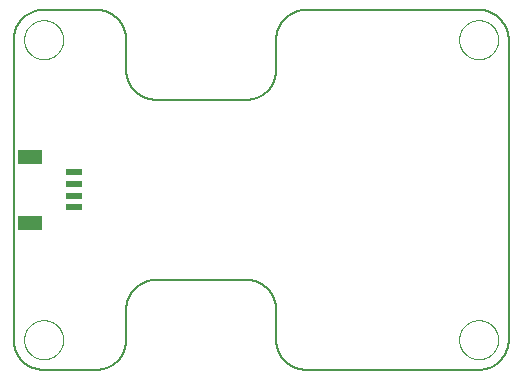
<source format=gtp>
G75*
%MOIN*%
%OFA0B0*%
%FSLAX25Y25*%
%IPPOS*%
%LPD*%
%AMOC8*
5,1,8,0,0,1.08239X$1,22.5*
%
%ADD10C,0.00800*%
%ADD11R,0.07874X0.04724*%
%ADD12R,0.05315X0.02362*%
%ADD13C,0.00000*%
D10*
X0012250Y0015449D02*
X0029750Y0015449D01*
X0029992Y0015452D01*
X0030233Y0015461D01*
X0030474Y0015475D01*
X0030715Y0015496D01*
X0030955Y0015522D01*
X0031195Y0015554D01*
X0031434Y0015592D01*
X0031671Y0015635D01*
X0031908Y0015685D01*
X0032143Y0015740D01*
X0032377Y0015800D01*
X0032609Y0015867D01*
X0032840Y0015938D01*
X0033069Y0016016D01*
X0033296Y0016099D01*
X0033521Y0016187D01*
X0033744Y0016281D01*
X0033964Y0016380D01*
X0034182Y0016485D01*
X0034397Y0016594D01*
X0034610Y0016709D01*
X0034820Y0016829D01*
X0035026Y0016954D01*
X0035230Y0017084D01*
X0035431Y0017219D01*
X0035628Y0017359D01*
X0035822Y0017503D01*
X0036012Y0017652D01*
X0036198Y0017806D01*
X0036381Y0017964D01*
X0036560Y0018126D01*
X0036735Y0018293D01*
X0036906Y0018464D01*
X0037073Y0018639D01*
X0037235Y0018818D01*
X0037393Y0019001D01*
X0037547Y0019187D01*
X0037696Y0019377D01*
X0037840Y0019571D01*
X0037980Y0019768D01*
X0038115Y0019969D01*
X0038245Y0020173D01*
X0038370Y0020379D01*
X0038490Y0020589D01*
X0038605Y0020802D01*
X0038714Y0021017D01*
X0038819Y0021235D01*
X0038918Y0021455D01*
X0039012Y0021678D01*
X0039100Y0021903D01*
X0039183Y0022130D01*
X0039261Y0022359D01*
X0039332Y0022590D01*
X0039399Y0022822D01*
X0039459Y0023056D01*
X0039514Y0023291D01*
X0039564Y0023528D01*
X0039607Y0023765D01*
X0039645Y0024004D01*
X0039677Y0024244D01*
X0039703Y0024484D01*
X0039724Y0024725D01*
X0039738Y0024966D01*
X0039747Y0025207D01*
X0039750Y0025449D01*
X0039750Y0035449D01*
X0039753Y0035691D01*
X0039762Y0035932D01*
X0039776Y0036173D01*
X0039797Y0036414D01*
X0039823Y0036654D01*
X0039855Y0036894D01*
X0039893Y0037133D01*
X0039936Y0037370D01*
X0039986Y0037607D01*
X0040041Y0037842D01*
X0040101Y0038076D01*
X0040168Y0038308D01*
X0040239Y0038539D01*
X0040317Y0038768D01*
X0040400Y0038995D01*
X0040488Y0039220D01*
X0040582Y0039443D01*
X0040681Y0039663D01*
X0040786Y0039881D01*
X0040895Y0040096D01*
X0041010Y0040309D01*
X0041130Y0040519D01*
X0041255Y0040725D01*
X0041385Y0040929D01*
X0041520Y0041130D01*
X0041660Y0041327D01*
X0041804Y0041521D01*
X0041953Y0041711D01*
X0042107Y0041897D01*
X0042265Y0042080D01*
X0042427Y0042259D01*
X0042594Y0042434D01*
X0042765Y0042605D01*
X0042940Y0042772D01*
X0043119Y0042934D01*
X0043302Y0043092D01*
X0043488Y0043246D01*
X0043678Y0043395D01*
X0043872Y0043539D01*
X0044069Y0043679D01*
X0044270Y0043814D01*
X0044474Y0043944D01*
X0044680Y0044069D01*
X0044890Y0044189D01*
X0045103Y0044304D01*
X0045318Y0044413D01*
X0045536Y0044518D01*
X0045756Y0044617D01*
X0045979Y0044711D01*
X0046204Y0044799D01*
X0046431Y0044882D01*
X0046660Y0044960D01*
X0046891Y0045031D01*
X0047123Y0045098D01*
X0047357Y0045158D01*
X0047592Y0045213D01*
X0047829Y0045263D01*
X0048066Y0045306D01*
X0048305Y0045344D01*
X0048545Y0045376D01*
X0048785Y0045402D01*
X0049026Y0045423D01*
X0049267Y0045437D01*
X0049508Y0045446D01*
X0049750Y0045449D01*
X0079750Y0045449D01*
X0079992Y0045446D01*
X0080233Y0045437D01*
X0080474Y0045423D01*
X0080715Y0045402D01*
X0080955Y0045376D01*
X0081195Y0045344D01*
X0081434Y0045306D01*
X0081671Y0045263D01*
X0081908Y0045213D01*
X0082143Y0045158D01*
X0082377Y0045098D01*
X0082609Y0045031D01*
X0082840Y0044960D01*
X0083069Y0044882D01*
X0083296Y0044799D01*
X0083521Y0044711D01*
X0083744Y0044617D01*
X0083964Y0044518D01*
X0084182Y0044413D01*
X0084397Y0044304D01*
X0084610Y0044189D01*
X0084820Y0044069D01*
X0085026Y0043944D01*
X0085230Y0043814D01*
X0085431Y0043679D01*
X0085628Y0043539D01*
X0085822Y0043395D01*
X0086012Y0043246D01*
X0086198Y0043092D01*
X0086381Y0042934D01*
X0086560Y0042772D01*
X0086735Y0042605D01*
X0086906Y0042434D01*
X0087073Y0042259D01*
X0087235Y0042080D01*
X0087393Y0041897D01*
X0087547Y0041711D01*
X0087696Y0041521D01*
X0087840Y0041327D01*
X0087980Y0041130D01*
X0088115Y0040929D01*
X0088245Y0040725D01*
X0088370Y0040519D01*
X0088490Y0040309D01*
X0088605Y0040096D01*
X0088714Y0039881D01*
X0088819Y0039663D01*
X0088918Y0039443D01*
X0089012Y0039220D01*
X0089100Y0038995D01*
X0089183Y0038768D01*
X0089261Y0038539D01*
X0089332Y0038308D01*
X0089399Y0038076D01*
X0089459Y0037842D01*
X0089514Y0037607D01*
X0089564Y0037370D01*
X0089607Y0037133D01*
X0089645Y0036894D01*
X0089677Y0036654D01*
X0089703Y0036414D01*
X0089724Y0036173D01*
X0089738Y0035932D01*
X0089747Y0035691D01*
X0089750Y0035449D01*
X0089750Y0025449D01*
X0089753Y0025207D01*
X0089762Y0024966D01*
X0089776Y0024725D01*
X0089797Y0024484D01*
X0089823Y0024244D01*
X0089855Y0024004D01*
X0089893Y0023765D01*
X0089936Y0023528D01*
X0089986Y0023291D01*
X0090041Y0023056D01*
X0090101Y0022822D01*
X0090168Y0022590D01*
X0090239Y0022359D01*
X0090317Y0022130D01*
X0090400Y0021903D01*
X0090488Y0021678D01*
X0090582Y0021455D01*
X0090681Y0021235D01*
X0090786Y0021017D01*
X0090895Y0020802D01*
X0091010Y0020589D01*
X0091130Y0020379D01*
X0091255Y0020173D01*
X0091385Y0019969D01*
X0091520Y0019768D01*
X0091660Y0019571D01*
X0091804Y0019377D01*
X0091953Y0019187D01*
X0092107Y0019001D01*
X0092265Y0018818D01*
X0092427Y0018639D01*
X0092594Y0018464D01*
X0092765Y0018293D01*
X0092940Y0018126D01*
X0093119Y0017964D01*
X0093302Y0017806D01*
X0093488Y0017652D01*
X0093678Y0017503D01*
X0093872Y0017359D01*
X0094069Y0017219D01*
X0094270Y0017084D01*
X0094474Y0016954D01*
X0094680Y0016829D01*
X0094890Y0016709D01*
X0095103Y0016594D01*
X0095318Y0016485D01*
X0095536Y0016380D01*
X0095756Y0016281D01*
X0095979Y0016187D01*
X0096204Y0016099D01*
X0096431Y0016016D01*
X0096660Y0015938D01*
X0096891Y0015867D01*
X0097123Y0015800D01*
X0097357Y0015740D01*
X0097592Y0015685D01*
X0097829Y0015635D01*
X0098066Y0015592D01*
X0098305Y0015554D01*
X0098545Y0015522D01*
X0098785Y0015496D01*
X0099026Y0015475D01*
X0099267Y0015461D01*
X0099508Y0015452D01*
X0099750Y0015449D01*
X0157250Y0015449D01*
X0157492Y0015452D01*
X0157733Y0015461D01*
X0157974Y0015475D01*
X0158215Y0015496D01*
X0158455Y0015522D01*
X0158695Y0015554D01*
X0158934Y0015592D01*
X0159171Y0015635D01*
X0159408Y0015685D01*
X0159643Y0015740D01*
X0159877Y0015800D01*
X0160109Y0015867D01*
X0160340Y0015938D01*
X0160569Y0016016D01*
X0160796Y0016099D01*
X0161021Y0016187D01*
X0161244Y0016281D01*
X0161464Y0016380D01*
X0161682Y0016485D01*
X0161897Y0016594D01*
X0162110Y0016709D01*
X0162320Y0016829D01*
X0162526Y0016954D01*
X0162730Y0017084D01*
X0162931Y0017219D01*
X0163128Y0017359D01*
X0163322Y0017503D01*
X0163512Y0017652D01*
X0163698Y0017806D01*
X0163881Y0017964D01*
X0164060Y0018126D01*
X0164235Y0018293D01*
X0164406Y0018464D01*
X0164573Y0018639D01*
X0164735Y0018818D01*
X0164893Y0019001D01*
X0165047Y0019187D01*
X0165196Y0019377D01*
X0165340Y0019571D01*
X0165480Y0019768D01*
X0165615Y0019969D01*
X0165745Y0020173D01*
X0165870Y0020379D01*
X0165990Y0020589D01*
X0166105Y0020802D01*
X0166214Y0021017D01*
X0166319Y0021235D01*
X0166418Y0021455D01*
X0166512Y0021678D01*
X0166600Y0021903D01*
X0166683Y0022130D01*
X0166761Y0022359D01*
X0166832Y0022590D01*
X0166899Y0022822D01*
X0166959Y0023056D01*
X0167014Y0023291D01*
X0167064Y0023528D01*
X0167107Y0023765D01*
X0167145Y0024004D01*
X0167177Y0024244D01*
X0167203Y0024484D01*
X0167224Y0024725D01*
X0167238Y0024966D01*
X0167247Y0025207D01*
X0167250Y0025449D01*
X0167250Y0125449D01*
X0167247Y0125691D01*
X0167238Y0125932D01*
X0167224Y0126173D01*
X0167203Y0126414D01*
X0167177Y0126654D01*
X0167145Y0126894D01*
X0167107Y0127133D01*
X0167064Y0127370D01*
X0167014Y0127607D01*
X0166959Y0127842D01*
X0166899Y0128076D01*
X0166832Y0128308D01*
X0166761Y0128539D01*
X0166683Y0128768D01*
X0166600Y0128995D01*
X0166512Y0129220D01*
X0166418Y0129443D01*
X0166319Y0129663D01*
X0166214Y0129881D01*
X0166105Y0130096D01*
X0165990Y0130309D01*
X0165870Y0130519D01*
X0165745Y0130725D01*
X0165615Y0130929D01*
X0165480Y0131130D01*
X0165340Y0131327D01*
X0165196Y0131521D01*
X0165047Y0131711D01*
X0164893Y0131897D01*
X0164735Y0132080D01*
X0164573Y0132259D01*
X0164406Y0132434D01*
X0164235Y0132605D01*
X0164060Y0132772D01*
X0163881Y0132934D01*
X0163698Y0133092D01*
X0163512Y0133246D01*
X0163322Y0133395D01*
X0163128Y0133539D01*
X0162931Y0133679D01*
X0162730Y0133814D01*
X0162526Y0133944D01*
X0162320Y0134069D01*
X0162110Y0134189D01*
X0161897Y0134304D01*
X0161682Y0134413D01*
X0161464Y0134518D01*
X0161244Y0134617D01*
X0161021Y0134711D01*
X0160796Y0134799D01*
X0160569Y0134882D01*
X0160340Y0134960D01*
X0160109Y0135031D01*
X0159877Y0135098D01*
X0159643Y0135158D01*
X0159408Y0135213D01*
X0159171Y0135263D01*
X0158934Y0135306D01*
X0158695Y0135344D01*
X0158455Y0135376D01*
X0158215Y0135402D01*
X0157974Y0135423D01*
X0157733Y0135437D01*
X0157492Y0135446D01*
X0157250Y0135449D01*
X0099750Y0135449D01*
X0099508Y0135446D01*
X0099267Y0135437D01*
X0099026Y0135423D01*
X0098785Y0135402D01*
X0098545Y0135376D01*
X0098305Y0135344D01*
X0098066Y0135306D01*
X0097829Y0135263D01*
X0097592Y0135213D01*
X0097357Y0135158D01*
X0097123Y0135098D01*
X0096891Y0135031D01*
X0096660Y0134960D01*
X0096431Y0134882D01*
X0096204Y0134799D01*
X0095979Y0134711D01*
X0095756Y0134617D01*
X0095536Y0134518D01*
X0095318Y0134413D01*
X0095103Y0134304D01*
X0094890Y0134189D01*
X0094680Y0134069D01*
X0094474Y0133944D01*
X0094270Y0133814D01*
X0094069Y0133679D01*
X0093872Y0133539D01*
X0093678Y0133395D01*
X0093488Y0133246D01*
X0093302Y0133092D01*
X0093119Y0132934D01*
X0092940Y0132772D01*
X0092765Y0132605D01*
X0092594Y0132434D01*
X0092427Y0132259D01*
X0092265Y0132080D01*
X0092107Y0131897D01*
X0091953Y0131711D01*
X0091804Y0131521D01*
X0091660Y0131327D01*
X0091520Y0131130D01*
X0091385Y0130929D01*
X0091255Y0130725D01*
X0091130Y0130519D01*
X0091010Y0130309D01*
X0090895Y0130096D01*
X0090786Y0129881D01*
X0090681Y0129663D01*
X0090582Y0129443D01*
X0090488Y0129220D01*
X0090400Y0128995D01*
X0090317Y0128768D01*
X0090239Y0128539D01*
X0090168Y0128308D01*
X0090101Y0128076D01*
X0090041Y0127842D01*
X0089986Y0127607D01*
X0089936Y0127370D01*
X0089893Y0127133D01*
X0089855Y0126894D01*
X0089823Y0126654D01*
X0089797Y0126414D01*
X0089776Y0126173D01*
X0089762Y0125932D01*
X0089753Y0125691D01*
X0089750Y0125449D01*
X0089750Y0115449D01*
X0089747Y0115207D01*
X0089738Y0114966D01*
X0089724Y0114725D01*
X0089703Y0114484D01*
X0089677Y0114244D01*
X0089645Y0114004D01*
X0089607Y0113765D01*
X0089564Y0113528D01*
X0089514Y0113291D01*
X0089459Y0113056D01*
X0089399Y0112822D01*
X0089332Y0112590D01*
X0089261Y0112359D01*
X0089183Y0112130D01*
X0089100Y0111903D01*
X0089012Y0111678D01*
X0088918Y0111455D01*
X0088819Y0111235D01*
X0088714Y0111017D01*
X0088605Y0110802D01*
X0088490Y0110589D01*
X0088370Y0110379D01*
X0088245Y0110173D01*
X0088115Y0109969D01*
X0087980Y0109768D01*
X0087840Y0109571D01*
X0087696Y0109377D01*
X0087547Y0109187D01*
X0087393Y0109001D01*
X0087235Y0108818D01*
X0087073Y0108639D01*
X0086906Y0108464D01*
X0086735Y0108293D01*
X0086560Y0108126D01*
X0086381Y0107964D01*
X0086198Y0107806D01*
X0086012Y0107652D01*
X0085822Y0107503D01*
X0085628Y0107359D01*
X0085431Y0107219D01*
X0085230Y0107084D01*
X0085026Y0106954D01*
X0084820Y0106829D01*
X0084610Y0106709D01*
X0084397Y0106594D01*
X0084182Y0106485D01*
X0083964Y0106380D01*
X0083744Y0106281D01*
X0083521Y0106187D01*
X0083296Y0106099D01*
X0083069Y0106016D01*
X0082840Y0105938D01*
X0082609Y0105867D01*
X0082377Y0105800D01*
X0082143Y0105740D01*
X0081908Y0105685D01*
X0081671Y0105635D01*
X0081434Y0105592D01*
X0081195Y0105554D01*
X0080955Y0105522D01*
X0080715Y0105496D01*
X0080474Y0105475D01*
X0080233Y0105461D01*
X0079992Y0105452D01*
X0079750Y0105449D01*
X0049750Y0105449D01*
X0049508Y0105452D01*
X0049267Y0105461D01*
X0049026Y0105475D01*
X0048785Y0105496D01*
X0048545Y0105522D01*
X0048305Y0105554D01*
X0048066Y0105592D01*
X0047829Y0105635D01*
X0047592Y0105685D01*
X0047357Y0105740D01*
X0047123Y0105800D01*
X0046891Y0105867D01*
X0046660Y0105938D01*
X0046431Y0106016D01*
X0046204Y0106099D01*
X0045979Y0106187D01*
X0045756Y0106281D01*
X0045536Y0106380D01*
X0045318Y0106485D01*
X0045103Y0106594D01*
X0044890Y0106709D01*
X0044680Y0106829D01*
X0044474Y0106954D01*
X0044270Y0107084D01*
X0044069Y0107219D01*
X0043872Y0107359D01*
X0043678Y0107503D01*
X0043488Y0107652D01*
X0043302Y0107806D01*
X0043119Y0107964D01*
X0042940Y0108126D01*
X0042765Y0108293D01*
X0042594Y0108464D01*
X0042427Y0108639D01*
X0042265Y0108818D01*
X0042107Y0109001D01*
X0041953Y0109187D01*
X0041804Y0109377D01*
X0041660Y0109571D01*
X0041520Y0109768D01*
X0041385Y0109969D01*
X0041255Y0110173D01*
X0041130Y0110379D01*
X0041010Y0110589D01*
X0040895Y0110802D01*
X0040786Y0111017D01*
X0040681Y0111235D01*
X0040582Y0111455D01*
X0040488Y0111678D01*
X0040400Y0111903D01*
X0040317Y0112130D01*
X0040239Y0112359D01*
X0040168Y0112590D01*
X0040101Y0112822D01*
X0040041Y0113056D01*
X0039986Y0113291D01*
X0039936Y0113528D01*
X0039893Y0113765D01*
X0039855Y0114004D01*
X0039823Y0114244D01*
X0039797Y0114484D01*
X0039776Y0114725D01*
X0039762Y0114966D01*
X0039753Y0115207D01*
X0039750Y0115449D01*
X0039750Y0125449D01*
X0039747Y0125691D01*
X0039738Y0125932D01*
X0039724Y0126173D01*
X0039703Y0126414D01*
X0039677Y0126654D01*
X0039645Y0126894D01*
X0039607Y0127133D01*
X0039564Y0127370D01*
X0039514Y0127607D01*
X0039459Y0127842D01*
X0039399Y0128076D01*
X0039332Y0128308D01*
X0039261Y0128539D01*
X0039183Y0128768D01*
X0039100Y0128995D01*
X0039012Y0129220D01*
X0038918Y0129443D01*
X0038819Y0129663D01*
X0038714Y0129881D01*
X0038605Y0130096D01*
X0038490Y0130309D01*
X0038370Y0130519D01*
X0038245Y0130725D01*
X0038115Y0130929D01*
X0037980Y0131130D01*
X0037840Y0131327D01*
X0037696Y0131521D01*
X0037547Y0131711D01*
X0037393Y0131897D01*
X0037235Y0132080D01*
X0037073Y0132259D01*
X0036906Y0132434D01*
X0036735Y0132605D01*
X0036560Y0132772D01*
X0036381Y0132934D01*
X0036198Y0133092D01*
X0036012Y0133246D01*
X0035822Y0133395D01*
X0035628Y0133539D01*
X0035431Y0133679D01*
X0035230Y0133814D01*
X0035026Y0133944D01*
X0034820Y0134069D01*
X0034610Y0134189D01*
X0034397Y0134304D01*
X0034182Y0134413D01*
X0033964Y0134518D01*
X0033744Y0134617D01*
X0033521Y0134711D01*
X0033296Y0134799D01*
X0033069Y0134882D01*
X0032840Y0134960D01*
X0032609Y0135031D01*
X0032377Y0135098D01*
X0032143Y0135158D01*
X0031908Y0135213D01*
X0031671Y0135263D01*
X0031434Y0135306D01*
X0031195Y0135344D01*
X0030955Y0135376D01*
X0030715Y0135402D01*
X0030474Y0135423D01*
X0030233Y0135437D01*
X0029992Y0135446D01*
X0029750Y0135449D01*
X0012250Y0135449D01*
X0012008Y0135446D01*
X0011767Y0135437D01*
X0011526Y0135423D01*
X0011285Y0135402D01*
X0011045Y0135376D01*
X0010805Y0135344D01*
X0010566Y0135306D01*
X0010329Y0135263D01*
X0010092Y0135213D01*
X0009857Y0135158D01*
X0009623Y0135098D01*
X0009391Y0135031D01*
X0009160Y0134960D01*
X0008931Y0134882D01*
X0008704Y0134799D01*
X0008479Y0134711D01*
X0008256Y0134617D01*
X0008036Y0134518D01*
X0007818Y0134413D01*
X0007603Y0134304D01*
X0007390Y0134189D01*
X0007180Y0134069D01*
X0006974Y0133944D01*
X0006770Y0133814D01*
X0006569Y0133679D01*
X0006372Y0133539D01*
X0006178Y0133395D01*
X0005988Y0133246D01*
X0005802Y0133092D01*
X0005619Y0132934D01*
X0005440Y0132772D01*
X0005265Y0132605D01*
X0005094Y0132434D01*
X0004927Y0132259D01*
X0004765Y0132080D01*
X0004607Y0131897D01*
X0004453Y0131711D01*
X0004304Y0131521D01*
X0004160Y0131327D01*
X0004020Y0131130D01*
X0003885Y0130929D01*
X0003755Y0130725D01*
X0003630Y0130519D01*
X0003510Y0130309D01*
X0003395Y0130096D01*
X0003286Y0129881D01*
X0003181Y0129663D01*
X0003082Y0129443D01*
X0002988Y0129220D01*
X0002900Y0128995D01*
X0002817Y0128768D01*
X0002739Y0128539D01*
X0002668Y0128308D01*
X0002601Y0128076D01*
X0002541Y0127842D01*
X0002486Y0127607D01*
X0002436Y0127370D01*
X0002393Y0127133D01*
X0002355Y0126894D01*
X0002323Y0126654D01*
X0002297Y0126414D01*
X0002276Y0126173D01*
X0002262Y0125932D01*
X0002253Y0125691D01*
X0002250Y0125449D01*
X0002250Y0025449D01*
X0002253Y0025207D01*
X0002262Y0024966D01*
X0002276Y0024725D01*
X0002297Y0024484D01*
X0002323Y0024244D01*
X0002355Y0024004D01*
X0002393Y0023765D01*
X0002436Y0023528D01*
X0002486Y0023291D01*
X0002541Y0023056D01*
X0002601Y0022822D01*
X0002668Y0022590D01*
X0002739Y0022359D01*
X0002817Y0022130D01*
X0002900Y0021903D01*
X0002988Y0021678D01*
X0003082Y0021455D01*
X0003181Y0021235D01*
X0003286Y0021017D01*
X0003395Y0020802D01*
X0003510Y0020589D01*
X0003630Y0020379D01*
X0003755Y0020173D01*
X0003885Y0019969D01*
X0004020Y0019768D01*
X0004160Y0019571D01*
X0004304Y0019377D01*
X0004453Y0019187D01*
X0004607Y0019001D01*
X0004765Y0018818D01*
X0004927Y0018639D01*
X0005094Y0018464D01*
X0005265Y0018293D01*
X0005440Y0018126D01*
X0005619Y0017964D01*
X0005802Y0017806D01*
X0005988Y0017652D01*
X0006178Y0017503D01*
X0006372Y0017359D01*
X0006569Y0017219D01*
X0006770Y0017084D01*
X0006974Y0016954D01*
X0007180Y0016829D01*
X0007390Y0016709D01*
X0007603Y0016594D01*
X0007818Y0016485D01*
X0008036Y0016380D01*
X0008256Y0016281D01*
X0008479Y0016187D01*
X0008704Y0016099D01*
X0008931Y0016016D01*
X0009160Y0015938D01*
X0009391Y0015867D01*
X0009623Y0015800D01*
X0009857Y0015740D01*
X0010092Y0015685D01*
X0010329Y0015635D01*
X0010566Y0015592D01*
X0010805Y0015554D01*
X0011045Y0015522D01*
X0011285Y0015496D01*
X0011526Y0015475D01*
X0011767Y0015461D01*
X0012008Y0015452D01*
X0012250Y0015449D01*
D11*
X0007781Y0064425D03*
X0007781Y0086472D03*
D12*
X0022250Y0081354D03*
X0022250Y0077417D03*
X0022250Y0073480D03*
X0022250Y0069543D03*
D13*
X0005750Y0025449D02*
X0005752Y0025610D01*
X0005758Y0025770D01*
X0005768Y0025931D01*
X0005782Y0026091D01*
X0005800Y0026251D01*
X0005821Y0026410D01*
X0005847Y0026569D01*
X0005877Y0026727D01*
X0005910Y0026884D01*
X0005948Y0027041D01*
X0005989Y0027196D01*
X0006034Y0027350D01*
X0006083Y0027503D01*
X0006136Y0027655D01*
X0006192Y0027806D01*
X0006253Y0027955D01*
X0006316Y0028103D01*
X0006384Y0028249D01*
X0006455Y0028393D01*
X0006529Y0028535D01*
X0006607Y0028676D01*
X0006689Y0028814D01*
X0006774Y0028951D01*
X0006862Y0029085D01*
X0006954Y0029217D01*
X0007049Y0029347D01*
X0007147Y0029475D01*
X0007248Y0029600D01*
X0007352Y0029722D01*
X0007459Y0029842D01*
X0007569Y0029959D01*
X0007682Y0030074D01*
X0007798Y0030185D01*
X0007917Y0030294D01*
X0008038Y0030399D01*
X0008162Y0030502D01*
X0008288Y0030602D01*
X0008416Y0030698D01*
X0008547Y0030791D01*
X0008681Y0030881D01*
X0008816Y0030968D01*
X0008954Y0031051D01*
X0009093Y0031131D01*
X0009235Y0031207D01*
X0009378Y0031280D01*
X0009523Y0031349D01*
X0009670Y0031415D01*
X0009818Y0031477D01*
X0009968Y0031535D01*
X0010119Y0031590D01*
X0010272Y0031641D01*
X0010426Y0031688D01*
X0010581Y0031731D01*
X0010737Y0031770D01*
X0010893Y0031806D01*
X0011051Y0031837D01*
X0011209Y0031865D01*
X0011368Y0031889D01*
X0011528Y0031909D01*
X0011688Y0031925D01*
X0011848Y0031937D01*
X0012009Y0031945D01*
X0012170Y0031949D01*
X0012330Y0031949D01*
X0012491Y0031945D01*
X0012652Y0031937D01*
X0012812Y0031925D01*
X0012972Y0031909D01*
X0013132Y0031889D01*
X0013291Y0031865D01*
X0013449Y0031837D01*
X0013607Y0031806D01*
X0013763Y0031770D01*
X0013919Y0031731D01*
X0014074Y0031688D01*
X0014228Y0031641D01*
X0014381Y0031590D01*
X0014532Y0031535D01*
X0014682Y0031477D01*
X0014830Y0031415D01*
X0014977Y0031349D01*
X0015122Y0031280D01*
X0015265Y0031207D01*
X0015407Y0031131D01*
X0015546Y0031051D01*
X0015684Y0030968D01*
X0015819Y0030881D01*
X0015953Y0030791D01*
X0016084Y0030698D01*
X0016212Y0030602D01*
X0016338Y0030502D01*
X0016462Y0030399D01*
X0016583Y0030294D01*
X0016702Y0030185D01*
X0016818Y0030074D01*
X0016931Y0029959D01*
X0017041Y0029842D01*
X0017148Y0029722D01*
X0017252Y0029600D01*
X0017353Y0029475D01*
X0017451Y0029347D01*
X0017546Y0029217D01*
X0017638Y0029085D01*
X0017726Y0028951D01*
X0017811Y0028814D01*
X0017893Y0028676D01*
X0017971Y0028535D01*
X0018045Y0028393D01*
X0018116Y0028249D01*
X0018184Y0028103D01*
X0018247Y0027955D01*
X0018308Y0027806D01*
X0018364Y0027655D01*
X0018417Y0027503D01*
X0018466Y0027350D01*
X0018511Y0027196D01*
X0018552Y0027041D01*
X0018590Y0026884D01*
X0018623Y0026727D01*
X0018653Y0026569D01*
X0018679Y0026410D01*
X0018700Y0026251D01*
X0018718Y0026091D01*
X0018732Y0025931D01*
X0018742Y0025770D01*
X0018748Y0025610D01*
X0018750Y0025449D01*
X0018748Y0025288D01*
X0018742Y0025128D01*
X0018732Y0024967D01*
X0018718Y0024807D01*
X0018700Y0024647D01*
X0018679Y0024488D01*
X0018653Y0024329D01*
X0018623Y0024171D01*
X0018590Y0024014D01*
X0018552Y0023857D01*
X0018511Y0023702D01*
X0018466Y0023548D01*
X0018417Y0023395D01*
X0018364Y0023243D01*
X0018308Y0023092D01*
X0018247Y0022943D01*
X0018184Y0022795D01*
X0018116Y0022649D01*
X0018045Y0022505D01*
X0017971Y0022363D01*
X0017893Y0022222D01*
X0017811Y0022084D01*
X0017726Y0021947D01*
X0017638Y0021813D01*
X0017546Y0021681D01*
X0017451Y0021551D01*
X0017353Y0021423D01*
X0017252Y0021298D01*
X0017148Y0021176D01*
X0017041Y0021056D01*
X0016931Y0020939D01*
X0016818Y0020824D01*
X0016702Y0020713D01*
X0016583Y0020604D01*
X0016462Y0020499D01*
X0016338Y0020396D01*
X0016212Y0020296D01*
X0016084Y0020200D01*
X0015953Y0020107D01*
X0015819Y0020017D01*
X0015684Y0019930D01*
X0015546Y0019847D01*
X0015407Y0019767D01*
X0015265Y0019691D01*
X0015122Y0019618D01*
X0014977Y0019549D01*
X0014830Y0019483D01*
X0014682Y0019421D01*
X0014532Y0019363D01*
X0014381Y0019308D01*
X0014228Y0019257D01*
X0014074Y0019210D01*
X0013919Y0019167D01*
X0013763Y0019128D01*
X0013607Y0019092D01*
X0013449Y0019061D01*
X0013291Y0019033D01*
X0013132Y0019009D01*
X0012972Y0018989D01*
X0012812Y0018973D01*
X0012652Y0018961D01*
X0012491Y0018953D01*
X0012330Y0018949D01*
X0012170Y0018949D01*
X0012009Y0018953D01*
X0011848Y0018961D01*
X0011688Y0018973D01*
X0011528Y0018989D01*
X0011368Y0019009D01*
X0011209Y0019033D01*
X0011051Y0019061D01*
X0010893Y0019092D01*
X0010737Y0019128D01*
X0010581Y0019167D01*
X0010426Y0019210D01*
X0010272Y0019257D01*
X0010119Y0019308D01*
X0009968Y0019363D01*
X0009818Y0019421D01*
X0009670Y0019483D01*
X0009523Y0019549D01*
X0009378Y0019618D01*
X0009235Y0019691D01*
X0009093Y0019767D01*
X0008954Y0019847D01*
X0008816Y0019930D01*
X0008681Y0020017D01*
X0008547Y0020107D01*
X0008416Y0020200D01*
X0008288Y0020296D01*
X0008162Y0020396D01*
X0008038Y0020499D01*
X0007917Y0020604D01*
X0007798Y0020713D01*
X0007682Y0020824D01*
X0007569Y0020939D01*
X0007459Y0021056D01*
X0007352Y0021176D01*
X0007248Y0021298D01*
X0007147Y0021423D01*
X0007049Y0021551D01*
X0006954Y0021681D01*
X0006862Y0021813D01*
X0006774Y0021947D01*
X0006689Y0022084D01*
X0006607Y0022222D01*
X0006529Y0022363D01*
X0006455Y0022505D01*
X0006384Y0022649D01*
X0006316Y0022795D01*
X0006253Y0022943D01*
X0006192Y0023092D01*
X0006136Y0023243D01*
X0006083Y0023395D01*
X0006034Y0023548D01*
X0005989Y0023702D01*
X0005948Y0023857D01*
X0005910Y0024014D01*
X0005877Y0024171D01*
X0005847Y0024329D01*
X0005821Y0024488D01*
X0005800Y0024647D01*
X0005782Y0024807D01*
X0005768Y0024967D01*
X0005758Y0025128D01*
X0005752Y0025288D01*
X0005750Y0025449D01*
X0005750Y0125449D02*
X0005752Y0125610D01*
X0005758Y0125770D01*
X0005768Y0125931D01*
X0005782Y0126091D01*
X0005800Y0126251D01*
X0005821Y0126410D01*
X0005847Y0126569D01*
X0005877Y0126727D01*
X0005910Y0126884D01*
X0005948Y0127041D01*
X0005989Y0127196D01*
X0006034Y0127350D01*
X0006083Y0127503D01*
X0006136Y0127655D01*
X0006192Y0127806D01*
X0006253Y0127955D01*
X0006316Y0128103D01*
X0006384Y0128249D01*
X0006455Y0128393D01*
X0006529Y0128535D01*
X0006607Y0128676D01*
X0006689Y0128814D01*
X0006774Y0128951D01*
X0006862Y0129085D01*
X0006954Y0129217D01*
X0007049Y0129347D01*
X0007147Y0129475D01*
X0007248Y0129600D01*
X0007352Y0129722D01*
X0007459Y0129842D01*
X0007569Y0129959D01*
X0007682Y0130074D01*
X0007798Y0130185D01*
X0007917Y0130294D01*
X0008038Y0130399D01*
X0008162Y0130502D01*
X0008288Y0130602D01*
X0008416Y0130698D01*
X0008547Y0130791D01*
X0008681Y0130881D01*
X0008816Y0130968D01*
X0008954Y0131051D01*
X0009093Y0131131D01*
X0009235Y0131207D01*
X0009378Y0131280D01*
X0009523Y0131349D01*
X0009670Y0131415D01*
X0009818Y0131477D01*
X0009968Y0131535D01*
X0010119Y0131590D01*
X0010272Y0131641D01*
X0010426Y0131688D01*
X0010581Y0131731D01*
X0010737Y0131770D01*
X0010893Y0131806D01*
X0011051Y0131837D01*
X0011209Y0131865D01*
X0011368Y0131889D01*
X0011528Y0131909D01*
X0011688Y0131925D01*
X0011848Y0131937D01*
X0012009Y0131945D01*
X0012170Y0131949D01*
X0012330Y0131949D01*
X0012491Y0131945D01*
X0012652Y0131937D01*
X0012812Y0131925D01*
X0012972Y0131909D01*
X0013132Y0131889D01*
X0013291Y0131865D01*
X0013449Y0131837D01*
X0013607Y0131806D01*
X0013763Y0131770D01*
X0013919Y0131731D01*
X0014074Y0131688D01*
X0014228Y0131641D01*
X0014381Y0131590D01*
X0014532Y0131535D01*
X0014682Y0131477D01*
X0014830Y0131415D01*
X0014977Y0131349D01*
X0015122Y0131280D01*
X0015265Y0131207D01*
X0015407Y0131131D01*
X0015546Y0131051D01*
X0015684Y0130968D01*
X0015819Y0130881D01*
X0015953Y0130791D01*
X0016084Y0130698D01*
X0016212Y0130602D01*
X0016338Y0130502D01*
X0016462Y0130399D01*
X0016583Y0130294D01*
X0016702Y0130185D01*
X0016818Y0130074D01*
X0016931Y0129959D01*
X0017041Y0129842D01*
X0017148Y0129722D01*
X0017252Y0129600D01*
X0017353Y0129475D01*
X0017451Y0129347D01*
X0017546Y0129217D01*
X0017638Y0129085D01*
X0017726Y0128951D01*
X0017811Y0128814D01*
X0017893Y0128676D01*
X0017971Y0128535D01*
X0018045Y0128393D01*
X0018116Y0128249D01*
X0018184Y0128103D01*
X0018247Y0127955D01*
X0018308Y0127806D01*
X0018364Y0127655D01*
X0018417Y0127503D01*
X0018466Y0127350D01*
X0018511Y0127196D01*
X0018552Y0127041D01*
X0018590Y0126884D01*
X0018623Y0126727D01*
X0018653Y0126569D01*
X0018679Y0126410D01*
X0018700Y0126251D01*
X0018718Y0126091D01*
X0018732Y0125931D01*
X0018742Y0125770D01*
X0018748Y0125610D01*
X0018750Y0125449D01*
X0018748Y0125288D01*
X0018742Y0125128D01*
X0018732Y0124967D01*
X0018718Y0124807D01*
X0018700Y0124647D01*
X0018679Y0124488D01*
X0018653Y0124329D01*
X0018623Y0124171D01*
X0018590Y0124014D01*
X0018552Y0123857D01*
X0018511Y0123702D01*
X0018466Y0123548D01*
X0018417Y0123395D01*
X0018364Y0123243D01*
X0018308Y0123092D01*
X0018247Y0122943D01*
X0018184Y0122795D01*
X0018116Y0122649D01*
X0018045Y0122505D01*
X0017971Y0122363D01*
X0017893Y0122222D01*
X0017811Y0122084D01*
X0017726Y0121947D01*
X0017638Y0121813D01*
X0017546Y0121681D01*
X0017451Y0121551D01*
X0017353Y0121423D01*
X0017252Y0121298D01*
X0017148Y0121176D01*
X0017041Y0121056D01*
X0016931Y0120939D01*
X0016818Y0120824D01*
X0016702Y0120713D01*
X0016583Y0120604D01*
X0016462Y0120499D01*
X0016338Y0120396D01*
X0016212Y0120296D01*
X0016084Y0120200D01*
X0015953Y0120107D01*
X0015819Y0120017D01*
X0015684Y0119930D01*
X0015546Y0119847D01*
X0015407Y0119767D01*
X0015265Y0119691D01*
X0015122Y0119618D01*
X0014977Y0119549D01*
X0014830Y0119483D01*
X0014682Y0119421D01*
X0014532Y0119363D01*
X0014381Y0119308D01*
X0014228Y0119257D01*
X0014074Y0119210D01*
X0013919Y0119167D01*
X0013763Y0119128D01*
X0013607Y0119092D01*
X0013449Y0119061D01*
X0013291Y0119033D01*
X0013132Y0119009D01*
X0012972Y0118989D01*
X0012812Y0118973D01*
X0012652Y0118961D01*
X0012491Y0118953D01*
X0012330Y0118949D01*
X0012170Y0118949D01*
X0012009Y0118953D01*
X0011848Y0118961D01*
X0011688Y0118973D01*
X0011528Y0118989D01*
X0011368Y0119009D01*
X0011209Y0119033D01*
X0011051Y0119061D01*
X0010893Y0119092D01*
X0010737Y0119128D01*
X0010581Y0119167D01*
X0010426Y0119210D01*
X0010272Y0119257D01*
X0010119Y0119308D01*
X0009968Y0119363D01*
X0009818Y0119421D01*
X0009670Y0119483D01*
X0009523Y0119549D01*
X0009378Y0119618D01*
X0009235Y0119691D01*
X0009093Y0119767D01*
X0008954Y0119847D01*
X0008816Y0119930D01*
X0008681Y0120017D01*
X0008547Y0120107D01*
X0008416Y0120200D01*
X0008288Y0120296D01*
X0008162Y0120396D01*
X0008038Y0120499D01*
X0007917Y0120604D01*
X0007798Y0120713D01*
X0007682Y0120824D01*
X0007569Y0120939D01*
X0007459Y0121056D01*
X0007352Y0121176D01*
X0007248Y0121298D01*
X0007147Y0121423D01*
X0007049Y0121551D01*
X0006954Y0121681D01*
X0006862Y0121813D01*
X0006774Y0121947D01*
X0006689Y0122084D01*
X0006607Y0122222D01*
X0006529Y0122363D01*
X0006455Y0122505D01*
X0006384Y0122649D01*
X0006316Y0122795D01*
X0006253Y0122943D01*
X0006192Y0123092D01*
X0006136Y0123243D01*
X0006083Y0123395D01*
X0006034Y0123548D01*
X0005989Y0123702D01*
X0005948Y0123857D01*
X0005910Y0124014D01*
X0005877Y0124171D01*
X0005847Y0124329D01*
X0005821Y0124488D01*
X0005800Y0124647D01*
X0005782Y0124807D01*
X0005768Y0124967D01*
X0005758Y0125128D01*
X0005752Y0125288D01*
X0005750Y0125449D01*
X0150750Y0125449D02*
X0150752Y0125610D01*
X0150758Y0125770D01*
X0150768Y0125931D01*
X0150782Y0126091D01*
X0150800Y0126251D01*
X0150821Y0126410D01*
X0150847Y0126569D01*
X0150877Y0126727D01*
X0150910Y0126884D01*
X0150948Y0127041D01*
X0150989Y0127196D01*
X0151034Y0127350D01*
X0151083Y0127503D01*
X0151136Y0127655D01*
X0151192Y0127806D01*
X0151253Y0127955D01*
X0151316Y0128103D01*
X0151384Y0128249D01*
X0151455Y0128393D01*
X0151529Y0128535D01*
X0151607Y0128676D01*
X0151689Y0128814D01*
X0151774Y0128951D01*
X0151862Y0129085D01*
X0151954Y0129217D01*
X0152049Y0129347D01*
X0152147Y0129475D01*
X0152248Y0129600D01*
X0152352Y0129722D01*
X0152459Y0129842D01*
X0152569Y0129959D01*
X0152682Y0130074D01*
X0152798Y0130185D01*
X0152917Y0130294D01*
X0153038Y0130399D01*
X0153162Y0130502D01*
X0153288Y0130602D01*
X0153416Y0130698D01*
X0153547Y0130791D01*
X0153681Y0130881D01*
X0153816Y0130968D01*
X0153954Y0131051D01*
X0154093Y0131131D01*
X0154235Y0131207D01*
X0154378Y0131280D01*
X0154523Y0131349D01*
X0154670Y0131415D01*
X0154818Y0131477D01*
X0154968Y0131535D01*
X0155119Y0131590D01*
X0155272Y0131641D01*
X0155426Y0131688D01*
X0155581Y0131731D01*
X0155737Y0131770D01*
X0155893Y0131806D01*
X0156051Y0131837D01*
X0156209Y0131865D01*
X0156368Y0131889D01*
X0156528Y0131909D01*
X0156688Y0131925D01*
X0156848Y0131937D01*
X0157009Y0131945D01*
X0157170Y0131949D01*
X0157330Y0131949D01*
X0157491Y0131945D01*
X0157652Y0131937D01*
X0157812Y0131925D01*
X0157972Y0131909D01*
X0158132Y0131889D01*
X0158291Y0131865D01*
X0158449Y0131837D01*
X0158607Y0131806D01*
X0158763Y0131770D01*
X0158919Y0131731D01*
X0159074Y0131688D01*
X0159228Y0131641D01*
X0159381Y0131590D01*
X0159532Y0131535D01*
X0159682Y0131477D01*
X0159830Y0131415D01*
X0159977Y0131349D01*
X0160122Y0131280D01*
X0160265Y0131207D01*
X0160407Y0131131D01*
X0160546Y0131051D01*
X0160684Y0130968D01*
X0160819Y0130881D01*
X0160953Y0130791D01*
X0161084Y0130698D01*
X0161212Y0130602D01*
X0161338Y0130502D01*
X0161462Y0130399D01*
X0161583Y0130294D01*
X0161702Y0130185D01*
X0161818Y0130074D01*
X0161931Y0129959D01*
X0162041Y0129842D01*
X0162148Y0129722D01*
X0162252Y0129600D01*
X0162353Y0129475D01*
X0162451Y0129347D01*
X0162546Y0129217D01*
X0162638Y0129085D01*
X0162726Y0128951D01*
X0162811Y0128814D01*
X0162893Y0128676D01*
X0162971Y0128535D01*
X0163045Y0128393D01*
X0163116Y0128249D01*
X0163184Y0128103D01*
X0163247Y0127955D01*
X0163308Y0127806D01*
X0163364Y0127655D01*
X0163417Y0127503D01*
X0163466Y0127350D01*
X0163511Y0127196D01*
X0163552Y0127041D01*
X0163590Y0126884D01*
X0163623Y0126727D01*
X0163653Y0126569D01*
X0163679Y0126410D01*
X0163700Y0126251D01*
X0163718Y0126091D01*
X0163732Y0125931D01*
X0163742Y0125770D01*
X0163748Y0125610D01*
X0163750Y0125449D01*
X0163748Y0125288D01*
X0163742Y0125128D01*
X0163732Y0124967D01*
X0163718Y0124807D01*
X0163700Y0124647D01*
X0163679Y0124488D01*
X0163653Y0124329D01*
X0163623Y0124171D01*
X0163590Y0124014D01*
X0163552Y0123857D01*
X0163511Y0123702D01*
X0163466Y0123548D01*
X0163417Y0123395D01*
X0163364Y0123243D01*
X0163308Y0123092D01*
X0163247Y0122943D01*
X0163184Y0122795D01*
X0163116Y0122649D01*
X0163045Y0122505D01*
X0162971Y0122363D01*
X0162893Y0122222D01*
X0162811Y0122084D01*
X0162726Y0121947D01*
X0162638Y0121813D01*
X0162546Y0121681D01*
X0162451Y0121551D01*
X0162353Y0121423D01*
X0162252Y0121298D01*
X0162148Y0121176D01*
X0162041Y0121056D01*
X0161931Y0120939D01*
X0161818Y0120824D01*
X0161702Y0120713D01*
X0161583Y0120604D01*
X0161462Y0120499D01*
X0161338Y0120396D01*
X0161212Y0120296D01*
X0161084Y0120200D01*
X0160953Y0120107D01*
X0160819Y0120017D01*
X0160684Y0119930D01*
X0160546Y0119847D01*
X0160407Y0119767D01*
X0160265Y0119691D01*
X0160122Y0119618D01*
X0159977Y0119549D01*
X0159830Y0119483D01*
X0159682Y0119421D01*
X0159532Y0119363D01*
X0159381Y0119308D01*
X0159228Y0119257D01*
X0159074Y0119210D01*
X0158919Y0119167D01*
X0158763Y0119128D01*
X0158607Y0119092D01*
X0158449Y0119061D01*
X0158291Y0119033D01*
X0158132Y0119009D01*
X0157972Y0118989D01*
X0157812Y0118973D01*
X0157652Y0118961D01*
X0157491Y0118953D01*
X0157330Y0118949D01*
X0157170Y0118949D01*
X0157009Y0118953D01*
X0156848Y0118961D01*
X0156688Y0118973D01*
X0156528Y0118989D01*
X0156368Y0119009D01*
X0156209Y0119033D01*
X0156051Y0119061D01*
X0155893Y0119092D01*
X0155737Y0119128D01*
X0155581Y0119167D01*
X0155426Y0119210D01*
X0155272Y0119257D01*
X0155119Y0119308D01*
X0154968Y0119363D01*
X0154818Y0119421D01*
X0154670Y0119483D01*
X0154523Y0119549D01*
X0154378Y0119618D01*
X0154235Y0119691D01*
X0154093Y0119767D01*
X0153954Y0119847D01*
X0153816Y0119930D01*
X0153681Y0120017D01*
X0153547Y0120107D01*
X0153416Y0120200D01*
X0153288Y0120296D01*
X0153162Y0120396D01*
X0153038Y0120499D01*
X0152917Y0120604D01*
X0152798Y0120713D01*
X0152682Y0120824D01*
X0152569Y0120939D01*
X0152459Y0121056D01*
X0152352Y0121176D01*
X0152248Y0121298D01*
X0152147Y0121423D01*
X0152049Y0121551D01*
X0151954Y0121681D01*
X0151862Y0121813D01*
X0151774Y0121947D01*
X0151689Y0122084D01*
X0151607Y0122222D01*
X0151529Y0122363D01*
X0151455Y0122505D01*
X0151384Y0122649D01*
X0151316Y0122795D01*
X0151253Y0122943D01*
X0151192Y0123092D01*
X0151136Y0123243D01*
X0151083Y0123395D01*
X0151034Y0123548D01*
X0150989Y0123702D01*
X0150948Y0123857D01*
X0150910Y0124014D01*
X0150877Y0124171D01*
X0150847Y0124329D01*
X0150821Y0124488D01*
X0150800Y0124647D01*
X0150782Y0124807D01*
X0150768Y0124967D01*
X0150758Y0125128D01*
X0150752Y0125288D01*
X0150750Y0125449D01*
X0150750Y0025449D02*
X0150752Y0025610D01*
X0150758Y0025770D01*
X0150768Y0025931D01*
X0150782Y0026091D01*
X0150800Y0026251D01*
X0150821Y0026410D01*
X0150847Y0026569D01*
X0150877Y0026727D01*
X0150910Y0026884D01*
X0150948Y0027041D01*
X0150989Y0027196D01*
X0151034Y0027350D01*
X0151083Y0027503D01*
X0151136Y0027655D01*
X0151192Y0027806D01*
X0151253Y0027955D01*
X0151316Y0028103D01*
X0151384Y0028249D01*
X0151455Y0028393D01*
X0151529Y0028535D01*
X0151607Y0028676D01*
X0151689Y0028814D01*
X0151774Y0028951D01*
X0151862Y0029085D01*
X0151954Y0029217D01*
X0152049Y0029347D01*
X0152147Y0029475D01*
X0152248Y0029600D01*
X0152352Y0029722D01*
X0152459Y0029842D01*
X0152569Y0029959D01*
X0152682Y0030074D01*
X0152798Y0030185D01*
X0152917Y0030294D01*
X0153038Y0030399D01*
X0153162Y0030502D01*
X0153288Y0030602D01*
X0153416Y0030698D01*
X0153547Y0030791D01*
X0153681Y0030881D01*
X0153816Y0030968D01*
X0153954Y0031051D01*
X0154093Y0031131D01*
X0154235Y0031207D01*
X0154378Y0031280D01*
X0154523Y0031349D01*
X0154670Y0031415D01*
X0154818Y0031477D01*
X0154968Y0031535D01*
X0155119Y0031590D01*
X0155272Y0031641D01*
X0155426Y0031688D01*
X0155581Y0031731D01*
X0155737Y0031770D01*
X0155893Y0031806D01*
X0156051Y0031837D01*
X0156209Y0031865D01*
X0156368Y0031889D01*
X0156528Y0031909D01*
X0156688Y0031925D01*
X0156848Y0031937D01*
X0157009Y0031945D01*
X0157170Y0031949D01*
X0157330Y0031949D01*
X0157491Y0031945D01*
X0157652Y0031937D01*
X0157812Y0031925D01*
X0157972Y0031909D01*
X0158132Y0031889D01*
X0158291Y0031865D01*
X0158449Y0031837D01*
X0158607Y0031806D01*
X0158763Y0031770D01*
X0158919Y0031731D01*
X0159074Y0031688D01*
X0159228Y0031641D01*
X0159381Y0031590D01*
X0159532Y0031535D01*
X0159682Y0031477D01*
X0159830Y0031415D01*
X0159977Y0031349D01*
X0160122Y0031280D01*
X0160265Y0031207D01*
X0160407Y0031131D01*
X0160546Y0031051D01*
X0160684Y0030968D01*
X0160819Y0030881D01*
X0160953Y0030791D01*
X0161084Y0030698D01*
X0161212Y0030602D01*
X0161338Y0030502D01*
X0161462Y0030399D01*
X0161583Y0030294D01*
X0161702Y0030185D01*
X0161818Y0030074D01*
X0161931Y0029959D01*
X0162041Y0029842D01*
X0162148Y0029722D01*
X0162252Y0029600D01*
X0162353Y0029475D01*
X0162451Y0029347D01*
X0162546Y0029217D01*
X0162638Y0029085D01*
X0162726Y0028951D01*
X0162811Y0028814D01*
X0162893Y0028676D01*
X0162971Y0028535D01*
X0163045Y0028393D01*
X0163116Y0028249D01*
X0163184Y0028103D01*
X0163247Y0027955D01*
X0163308Y0027806D01*
X0163364Y0027655D01*
X0163417Y0027503D01*
X0163466Y0027350D01*
X0163511Y0027196D01*
X0163552Y0027041D01*
X0163590Y0026884D01*
X0163623Y0026727D01*
X0163653Y0026569D01*
X0163679Y0026410D01*
X0163700Y0026251D01*
X0163718Y0026091D01*
X0163732Y0025931D01*
X0163742Y0025770D01*
X0163748Y0025610D01*
X0163750Y0025449D01*
X0163748Y0025288D01*
X0163742Y0025128D01*
X0163732Y0024967D01*
X0163718Y0024807D01*
X0163700Y0024647D01*
X0163679Y0024488D01*
X0163653Y0024329D01*
X0163623Y0024171D01*
X0163590Y0024014D01*
X0163552Y0023857D01*
X0163511Y0023702D01*
X0163466Y0023548D01*
X0163417Y0023395D01*
X0163364Y0023243D01*
X0163308Y0023092D01*
X0163247Y0022943D01*
X0163184Y0022795D01*
X0163116Y0022649D01*
X0163045Y0022505D01*
X0162971Y0022363D01*
X0162893Y0022222D01*
X0162811Y0022084D01*
X0162726Y0021947D01*
X0162638Y0021813D01*
X0162546Y0021681D01*
X0162451Y0021551D01*
X0162353Y0021423D01*
X0162252Y0021298D01*
X0162148Y0021176D01*
X0162041Y0021056D01*
X0161931Y0020939D01*
X0161818Y0020824D01*
X0161702Y0020713D01*
X0161583Y0020604D01*
X0161462Y0020499D01*
X0161338Y0020396D01*
X0161212Y0020296D01*
X0161084Y0020200D01*
X0160953Y0020107D01*
X0160819Y0020017D01*
X0160684Y0019930D01*
X0160546Y0019847D01*
X0160407Y0019767D01*
X0160265Y0019691D01*
X0160122Y0019618D01*
X0159977Y0019549D01*
X0159830Y0019483D01*
X0159682Y0019421D01*
X0159532Y0019363D01*
X0159381Y0019308D01*
X0159228Y0019257D01*
X0159074Y0019210D01*
X0158919Y0019167D01*
X0158763Y0019128D01*
X0158607Y0019092D01*
X0158449Y0019061D01*
X0158291Y0019033D01*
X0158132Y0019009D01*
X0157972Y0018989D01*
X0157812Y0018973D01*
X0157652Y0018961D01*
X0157491Y0018953D01*
X0157330Y0018949D01*
X0157170Y0018949D01*
X0157009Y0018953D01*
X0156848Y0018961D01*
X0156688Y0018973D01*
X0156528Y0018989D01*
X0156368Y0019009D01*
X0156209Y0019033D01*
X0156051Y0019061D01*
X0155893Y0019092D01*
X0155737Y0019128D01*
X0155581Y0019167D01*
X0155426Y0019210D01*
X0155272Y0019257D01*
X0155119Y0019308D01*
X0154968Y0019363D01*
X0154818Y0019421D01*
X0154670Y0019483D01*
X0154523Y0019549D01*
X0154378Y0019618D01*
X0154235Y0019691D01*
X0154093Y0019767D01*
X0153954Y0019847D01*
X0153816Y0019930D01*
X0153681Y0020017D01*
X0153547Y0020107D01*
X0153416Y0020200D01*
X0153288Y0020296D01*
X0153162Y0020396D01*
X0153038Y0020499D01*
X0152917Y0020604D01*
X0152798Y0020713D01*
X0152682Y0020824D01*
X0152569Y0020939D01*
X0152459Y0021056D01*
X0152352Y0021176D01*
X0152248Y0021298D01*
X0152147Y0021423D01*
X0152049Y0021551D01*
X0151954Y0021681D01*
X0151862Y0021813D01*
X0151774Y0021947D01*
X0151689Y0022084D01*
X0151607Y0022222D01*
X0151529Y0022363D01*
X0151455Y0022505D01*
X0151384Y0022649D01*
X0151316Y0022795D01*
X0151253Y0022943D01*
X0151192Y0023092D01*
X0151136Y0023243D01*
X0151083Y0023395D01*
X0151034Y0023548D01*
X0150989Y0023702D01*
X0150948Y0023857D01*
X0150910Y0024014D01*
X0150877Y0024171D01*
X0150847Y0024329D01*
X0150821Y0024488D01*
X0150800Y0024647D01*
X0150782Y0024807D01*
X0150768Y0024967D01*
X0150758Y0025128D01*
X0150752Y0025288D01*
X0150750Y0025449D01*
M02*

</source>
